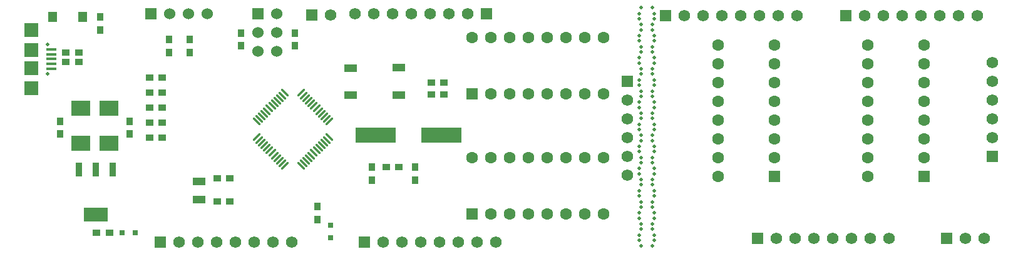
<source format=gbr>
%TF.GenerationSoftware,KiCad,Pcbnew,(6.0.4)*%
%TF.CreationDate,2022-05-03T21:15:41-03:00*%
%TF.ProjectId,PXN_2119-rounded,50584e5f-3231-4313-992d-726f756e6465,rev?*%
%TF.SameCoordinates,Original*%
%TF.FileFunction,Soldermask,Top*%
%TF.FilePolarity,Negative*%
%FSLAX46Y46*%
G04 Gerber Fmt 4.6, Leading zero omitted, Abs format (unit mm)*
G04 Created by KiCad (PCBNEW (6.0.4)) date 2022-05-03 21:15:41*
%MOMM*%
%LPD*%
G01*
G04 APERTURE LIST*
G04 Aperture macros list*
%AMHorizOval*
0 Thick line with rounded ends*
0 $1 width*
0 $2 $3 position (X,Y) of the first rounded end (center of the circle)*
0 $4 $5 position (X,Y) of the second rounded end (center of the circle)*
0 Add line between two ends*
20,1,$1,$2,$3,$4,$5,0*
0 Add two circle primitives to create the rounded ends*
1,1,$1,$2,$3*
1,1,$1,$4,$5*%
G04 Aperture macros list end*
%ADD10R,1.050000X0.950000*%
%ADD11R,1.575000X1.575000*%
%ADD12C,1.575000*%
%ADD13R,1.600000X1.600000*%
%ADD14C,1.600000*%
%ADD15R,1.524000X1.524000*%
%ADD16C,1.524000*%
%ADD17R,0.950000X1.050000*%
%ADD18R,2.500000X2.000000*%
%ADD19C,0.500000*%
%ADD20R,1.900000X1.900000*%
%ADD21R,1.350000X0.400000*%
%ADD22R,5.500000X2.000000*%
%ADD23R,1.800000X1.000000*%
%ADD24R,1.270000X1.471000*%
%ADD25R,0.800000X0.800000*%
%ADD26HorizOval,0.270000X-0.434871X0.434871X0.434871X-0.434871X0*%
%ADD27HorizOval,0.270000X0.434871X0.434871X-0.434871X-0.434871X0*%
%ADD28R,0.950000X1.900000*%
%ADD29R,3.250000X1.900000*%
%ADD30R,1.700000X1.000000*%
G04 APERTURE END LIST*
D10*
%TO.C,C9*%
X104624000Y-105322000D03*
X106374000Y-105322000D03*
%TD*%
D11*
%TO.C,H4*%
X141059000Y-83097000D03*
D12*
X138519000Y-83097000D03*
X135979000Y-83097000D03*
X133439000Y-83097000D03*
X130899000Y-83097000D03*
X128359000Y-83097000D03*
X125819000Y-83097000D03*
X123279000Y-83097000D03*
%TD*%
D13*
%TO.C,U4*%
X139154000Y-110148000D03*
D14*
X141694000Y-110148000D03*
X144234000Y-110148000D03*
X146774000Y-110148000D03*
X149314000Y-110148000D03*
X151854000Y-110148000D03*
X154394000Y-110148000D03*
X156934000Y-110148000D03*
X156934000Y-102528000D03*
X154394000Y-102528000D03*
X151854000Y-102528000D03*
X149314000Y-102528000D03*
X146774000Y-102528000D03*
X144234000Y-102528000D03*
X141694000Y-102528000D03*
X139154000Y-102528000D03*
%TD*%
D15*
%TO.C,P1*%
X110198000Y-83097000D03*
D16*
X112738000Y-83097000D03*
X110198000Y-85637000D03*
X112738000Y-85637000D03*
X110198000Y-88177000D03*
X112738000Y-88177000D03*
%TD*%
D17*
%TO.C,R5*%
X118199000Y-110896000D03*
X118199000Y-109146000D03*
%TD*%
D10*
%TO.C,C2*%
X135330000Y-94019000D03*
X133580000Y-94019000D03*
%TD*%
%TO.C,C3*%
X97230000Y-93765000D03*
X95480000Y-93765000D03*
%TD*%
D18*
%TO.C,C5*%
X86195000Y-100560000D03*
X86195000Y-95860000D03*
%TD*%
D11*
%TO.C,H6*%
X203289000Y-113475000D03*
D12*
X205829000Y-113475000D03*
X208369000Y-113475000D03*
%TD*%
D10*
%TO.C,C10*%
X97230000Y-97829000D03*
X95480000Y-97829000D03*
%TD*%
D11*
%TO.C,H8*%
X209512000Y-102401000D03*
D12*
X209512000Y-99861000D03*
X209512000Y-97321000D03*
X209512000Y-94781000D03*
X209512000Y-92241000D03*
X209512000Y-89701000D03*
%TD*%
D13*
%TO.C,U5*%
X200241000Y-105068000D03*
D14*
X200241000Y-102528000D03*
X200241000Y-99988000D03*
X200241000Y-97448000D03*
X200241000Y-94908000D03*
X200241000Y-92368000D03*
X200241000Y-89828000D03*
X200241000Y-87288000D03*
X192621000Y-87288000D03*
X192621000Y-89828000D03*
X192621000Y-92368000D03*
X192621000Y-94908000D03*
X192621000Y-97448000D03*
X192621000Y-99988000D03*
X192621000Y-102528000D03*
X192621000Y-105068000D03*
%TD*%
D19*
%TO.C,U3*%
X81667000Y-91193000D03*
X81667000Y-87193000D03*
D20*
X79517000Y-93143000D03*
X79517000Y-87993000D03*
X79517000Y-85243000D03*
X79517000Y-90393000D03*
D21*
X82192000Y-87893000D03*
X82192000Y-88543000D03*
X82192000Y-89193000D03*
X82192000Y-89843000D03*
X82192000Y-90493000D03*
%TD*%
D19*
%TO.C,mouse-bite-1mm-slot-6*%
X163737800Y-98024200D03*
X161987800Y-99524200D03*
X161737800Y-98724200D03*
X163487800Y-97224200D03*
X161987800Y-97224200D03*
X163737800Y-98724200D03*
X161737800Y-98024200D03*
X163487800Y-99524200D03*
%TD*%
D10*
%TO.C,R11*%
X84187000Y-89627000D03*
X85937000Y-89627000D03*
%TD*%
D22*
%TO.C,X2*%
X134968000Y-99480000D03*
X126068000Y-99480000D03*
%TD*%
D10*
%TO.C,C1*%
X97230000Y-99861000D03*
X95480000Y-99861000D03*
%TD*%
D11*
%TO.C,H1*%
X165316000Y-83351000D03*
D12*
X167856000Y-83351000D03*
X170396000Y-83351000D03*
X172936000Y-83351000D03*
X175476000Y-83351000D03*
X178016000Y-83351000D03*
X180556000Y-83351000D03*
X183096000Y-83351000D03*
%TD*%
D19*
%TO.C,mouse-bite-1mm-slot-1*%
X161987800Y-112210200D03*
X163737800Y-113010200D03*
X163487800Y-114510200D03*
X163737800Y-113710200D03*
X163487800Y-112210200D03*
X161737800Y-113710200D03*
X161737800Y-113010200D03*
X161987800Y-114510200D03*
%TD*%
D17*
%TO.C,C8*%
X92799000Y-97589000D03*
X92799000Y-99339000D03*
%TD*%
D10*
%TO.C,R9*%
X84187000Y-88357000D03*
X85937000Y-88357000D03*
%TD*%
D19*
%TO.C,mouse-bite-1mm-slot-11*%
X161989400Y-84539600D03*
X163489400Y-82239600D03*
X161739400Y-83039600D03*
X163739400Y-83039600D03*
X161739400Y-83739600D03*
X163739400Y-83739600D03*
X161989400Y-82239600D03*
X163489400Y-84539600D03*
%TD*%
D17*
%TO.C,R7*%
X100927000Y-88290000D03*
X100927000Y-86540000D03*
%TD*%
D19*
%TO.C,mouse-bite-1mm-slot-3*%
X161989400Y-106215800D03*
X163739400Y-107015800D03*
X161739400Y-107015800D03*
X163739400Y-107715800D03*
X161739400Y-107715800D03*
X161989400Y-108515800D03*
X163489400Y-108515800D03*
X163489400Y-106215800D03*
%TD*%
D11*
%TO.C,H2*%
X189700000Y-83351000D03*
D12*
X192240000Y-83351000D03*
X194780000Y-83351000D03*
X197320000Y-83351000D03*
X199860000Y-83351000D03*
X202400000Y-83351000D03*
X204940000Y-83351000D03*
X207480000Y-83351000D03*
%TD*%
D17*
%TO.C,R8*%
X98133000Y-88290000D03*
X98133000Y-86540000D03*
%TD*%
D11*
%TO.C,H9*%
X96990000Y-113958000D03*
D12*
X99530000Y-113958000D03*
X102070000Y-113958000D03*
X104610000Y-113958000D03*
X107150000Y-113958000D03*
X109690000Y-113958000D03*
X112230000Y-113958000D03*
X114770000Y-113958000D03*
%TD*%
D10*
%TO.C,C11*%
X97230000Y-95797000D03*
X95480000Y-95797000D03*
%TD*%
D15*
%TO.C,P2*%
X95720000Y-83097000D03*
D16*
X98260000Y-83097000D03*
X100800000Y-83097000D03*
X103340000Y-83097000D03*
%TD*%
D23*
%TO.C,X3*%
X102197000Y-108223000D03*
X102197000Y-105723000D03*
%TD*%
D19*
%TO.C,mouse-bite-1mm-slot-4*%
X161989400Y-103218600D03*
X161739400Y-104018600D03*
X163739400Y-104718600D03*
X163489400Y-105518600D03*
X161989400Y-105518600D03*
X163739400Y-104018600D03*
X161739400Y-104718600D03*
X163489400Y-103218600D03*
%TD*%
D24*
%TO.C,D1*%
X82360000Y-83478000D03*
X86474000Y-83478000D03*
%TD*%
D17*
%TO.C,C14*%
X125565000Y-105562000D03*
X125565000Y-103812000D03*
%TD*%
D10*
%TO.C,R1*%
X90080000Y-112703000D03*
X88330000Y-112703000D03*
%TD*%
D13*
%TO.C,U6*%
X180048000Y-105068000D03*
D14*
X180048000Y-102528000D03*
X180048000Y-99988000D03*
X180048000Y-97448000D03*
X180048000Y-94908000D03*
X180048000Y-92368000D03*
X180048000Y-89828000D03*
X180048000Y-87288000D03*
X172428000Y-87288000D03*
X172428000Y-89828000D03*
X172428000Y-92368000D03*
X172428000Y-94908000D03*
X172428000Y-97448000D03*
X172428000Y-99988000D03*
X172428000Y-102528000D03*
X172428000Y-105068000D03*
%TD*%
D17*
%TO.C,R3*%
X107912000Y-87401000D03*
X107912000Y-85651000D03*
%TD*%
D11*
%TO.C,H10*%
X124549000Y-113958000D03*
D12*
X127089000Y-113958000D03*
X129629000Y-113958000D03*
X132169000Y-113958000D03*
X134709000Y-113958000D03*
X137249000Y-113958000D03*
X139789000Y-113958000D03*
X142329000Y-113958000D03*
%TD*%
D19*
%TO.C,mouse-bite-1mm-slot-9*%
X161737800Y-89732600D03*
X163737800Y-89032600D03*
X161987800Y-90532600D03*
X161987800Y-88232600D03*
X163737800Y-89732600D03*
X163487800Y-90532600D03*
X161737800Y-89032600D03*
X163487800Y-88232600D03*
%TD*%
D25*
%TO.C,LED3*%
X93523000Y-112688000D03*
X91821000Y-112688000D03*
%TD*%
D17*
%TO.C,C13*%
X131407000Y-105562000D03*
X131407000Y-103812000D03*
%TD*%
%TO.C,C7*%
X83401000Y-97589000D03*
X83401000Y-99339000D03*
%TD*%
D13*
%TO.C,U2*%
X139154000Y-93892000D03*
D14*
X141694000Y-93892000D03*
X144234000Y-93892000D03*
X146774000Y-93892000D03*
X149314000Y-93892000D03*
X151854000Y-93892000D03*
X154394000Y-93892000D03*
X156934000Y-93892000D03*
X156934000Y-86272000D03*
X154394000Y-86272000D03*
X151854000Y-86272000D03*
X149314000Y-86272000D03*
X146774000Y-86272000D03*
X144234000Y-86272000D03*
X141694000Y-86272000D03*
X139154000Y-86272000D03*
%TD*%
D19*
%TO.C,mouse-bite-1mm-slot-10*%
X163489400Y-87535400D03*
X163739400Y-86035400D03*
X161739400Y-86735400D03*
X163489400Y-85235400D03*
X161739400Y-86035400D03*
X161989400Y-87535400D03*
X161989400Y-85235400D03*
X163739400Y-86735400D03*
%TD*%
D17*
%TO.C,R10*%
X88862000Y-85242000D03*
X88862000Y-83492000D03*
%TD*%
D25*
%TO.C,LED4*%
X119977000Y-111710000D03*
X119977000Y-113412000D03*
%TD*%
D11*
%TO.C,H7*%
X160109000Y-92241000D03*
D12*
X160109000Y-94781000D03*
X160109000Y-97321000D03*
X160109000Y-99861000D03*
X160109000Y-102401000D03*
X160109000Y-104941000D03*
%TD*%
D26*
%TO.C,U7*%
X115957660Y-103667747D03*
X116311214Y-103314194D03*
X116664767Y-102960641D03*
X117018320Y-102607087D03*
X117371874Y-102253534D03*
X117725427Y-101899981D03*
X118078981Y-101546427D03*
X118432534Y-101192874D03*
X118786087Y-100839320D03*
X119139641Y-100485767D03*
X119493194Y-100132214D03*
X119846747Y-99778660D03*
D27*
X119846747Y-97657340D03*
X119493194Y-97303786D03*
X119139641Y-96950233D03*
X118786087Y-96596680D03*
X118432534Y-96243126D03*
X118078981Y-95889573D03*
X117725427Y-95536019D03*
X117371874Y-95182466D03*
X117018320Y-94828913D03*
X116664767Y-94475359D03*
X116311214Y-94121806D03*
X115957660Y-93768253D03*
D26*
X113836340Y-93768253D03*
X113482786Y-94121806D03*
X113129233Y-94475359D03*
X112775680Y-94828913D03*
X112422126Y-95182466D03*
X112068573Y-95536019D03*
X111715019Y-95889573D03*
X111361466Y-96243126D03*
X111007913Y-96596680D03*
X110654359Y-96950233D03*
X110300806Y-97303786D03*
X109947253Y-97657340D03*
D27*
X109947253Y-99778660D03*
X110300806Y-100132214D03*
X110654359Y-100485767D03*
X111007913Y-100839320D03*
X111361466Y-101192874D03*
X111715019Y-101546427D03*
X112068573Y-101899981D03*
X112422126Y-102253534D03*
X112775680Y-102607087D03*
X113129233Y-102960641D03*
X113482786Y-103314194D03*
X113836340Y-103667747D03*
%TD*%
D28*
%TO.C,U8*%
X90527000Y-104177000D03*
X88227000Y-104177000D03*
X85927000Y-104177000D03*
D29*
X88227000Y-110277000D03*
%TD*%
D19*
%TO.C,mouse-bite-1mm-slot-8*%
X163727400Y-92029800D03*
X161727400Y-92029800D03*
X163477400Y-91229800D03*
X161977400Y-91229800D03*
X161977400Y-93529800D03*
X163727400Y-92729800D03*
X163477400Y-93529800D03*
X161727400Y-92729800D03*
%TD*%
D18*
%TO.C,C6*%
X90005000Y-100560000D03*
X90005000Y-95860000D03*
%TD*%
D10*
%TO.C,R6*%
X127484000Y-103798000D03*
X129234000Y-103798000D03*
%TD*%
D19*
%TO.C,mouse-bite-1mm-slot-5*%
X163737800Y-101721400D03*
X163487800Y-100221400D03*
X161987800Y-102521400D03*
X163487800Y-102521400D03*
X161737800Y-101721400D03*
X163737800Y-101021400D03*
X161737800Y-101021400D03*
X161987800Y-100221400D03*
%TD*%
D10*
%TO.C,C12*%
X104624000Y-108497000D03*
X106374000Y-108497000D03*
%TD*%
D19*
%TO.C,mouse-bite-1mm-slot-2*%
X161987800Y-111513000D03*
X163487800Y-111513000D03*
X161987800Y-109213000D03*
X163737800Y-110713000D03*
X163487800Y-109213000D03*
X163737800Y-110013000D03*
X161737800Y-110013000D03*
X161737800Y-110713000D03*
%TD*%
D11*
%TO.C,H3*%
X177762000Y-113450000D03*
D12*
X180302000Y-113450000D03*
X182842000Y-113450000D03*
X185382000Y-113450000D03*
X187922000Y-113450000D03*
X190462000Y-113450000D03*
X193002000Y-113450000D03*
X195542000Y-113450000D03*
%TD*%
D17*
%TO.C,R4*%
X115151000Y-87401000D03*
X115151000Y-85651000D03*
%TD*%
D30*
%TO.C,SW1*%
X122646000Y-90392000D03*
X129246000Y-90391000D03*
X122646000Y-94091000D03*
X129246000Y-94091000D03*
%TD*%
D11*
%TO.C,H5*%
X117437000Y-83224000D03*
D12*
X119977000Y-83224000D03*
%TD*%
D10*
%TO.C,C4*%
X97230000Y-91733000D03*
X95480000Y-91733000D03*
%TD*%
%TO.C,R2*%
X133580000Y-92368000D03*
X135330000Y-92368000D03*
%TD*%
D19*
%TO.C,mouse-bite-1mm-slot-7*%
X161727400Y-95727000D03*
X163477400Y-96527000D03*
X161977400Y-94227000D03*
X161727400Y-95027000D03*
X161977400Y-96527000D03*
X163727400Y-95027000D03*
X163477400Y-94227000D03*
X163727400Y-95727000D03*
%TD*%
M02*

</source>
